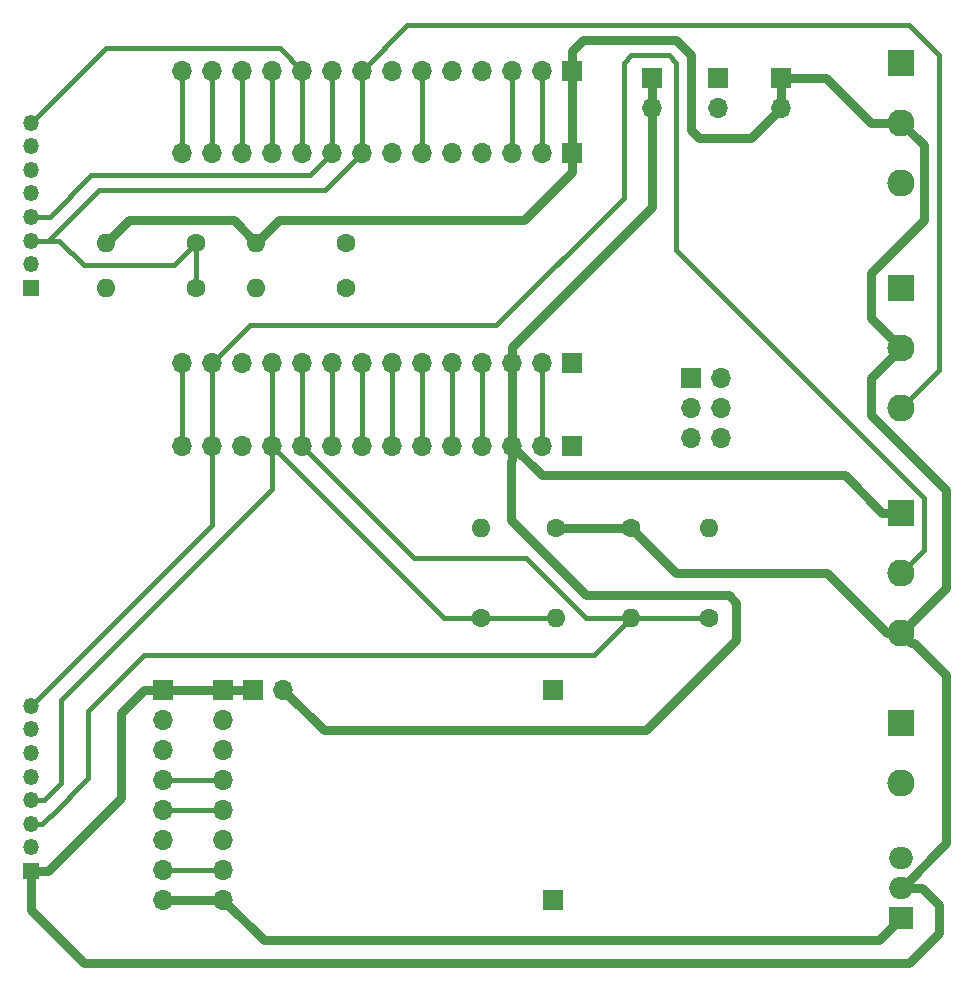
<source format=gbr>
G04 #@! TF.GenerationSoftware,KiCad,Pcbnew,(5.1.4)-1*
G04 #@! TF.CreationDate,2020-01-23T23:33:44-05:00*
G04 #@! TF.ProjectId,ECVTProtoBoard,45435654-5072-46f7-946f-426f6172642e,rev?*
G04 #@! TF.SameCoordinates,Original*
G04 #@! TF.FileFunction,Copper,L2,Bot*
G04 #@! TF.FilePolarity,Positive*
%FSLAX46Y46*%
G04 Gerber Fmt 4.6, Leading zero omitted, Abs format (unit mm)*
G04 Created by KiCad (PCBNEW (5.1.4)-1) date 2020-01-23 23:33:44*
%MOMM*%
%LPD*%
G04 APERTURE LIST*
%ADD10C,1.600000*%
%ADD11O,1.600000X1.600000*%
%ADD12O,1.700000X1.700000*%
%ADD13R,1.700000X1.700000*%
%ADD14O,2.000000X1.905000*%
%ADD15R,2.000000X1.905000*%
%ADD16R,1.350000X1.350000*%
%ADD17O,1.350000X1.350000*%
%ADD18R,2.300000X2.300000*%
%ADD19O,2.300000X2.300000*%
%ADD20C,0.762000*%
%ADD21C,0.381000*%
G04 APERTURE END LIST*
D10*
X116840000Y-90170000D03*
D11*
X109220000Y-90170000D03*
D12*
X106426000Y-141986000D03*
X106426000Y-139446000D03*
X106426000Y-136906000D03*
X106426000Y-134366000D03*
X106426000Y-131826000D03*
X106426000Y-129286000D03*
X106426000Y-126746000D03*
D13*
X106426000Y-124206000D03*
D12*
X102955999Y-103546001D03*
X105495999Y-103546001D03*
X108035999Y-103546001D03*
X110575999Y-103546001D03*
X113115999Y-103546001D03*
X115655999Y-103546001D03*
X118195999Y-103546001D03*
X120735999Y-103546001D03*
X123275999Y-103546001D03*
X125815999Y-103546001D03*
X128355999Y-103546001D03*
X130895999Y-103546001D03*
X133435999Y-103546001D03*
D13*
X135975999Y-103546001D03*
D11*
X134620000Y-118110000D03*
D10*
X134620000Y-110490000D03*
X128270000Y-118110000D03*
D11*
X128270000Y-110490000D03*
D10*
X140970000Y-110490000D03*
D11*
X140970000Y-118110000D03*
X147574000Y-110490000D03*
D10*
X147574000Y-118110000D03*
D13*
X134366000Y-124206000D03*
X134366000Y-141986000D03*
X101346000Y-124206000D03*
D12*
X101346000Y-126746000D03*
X101346000Y-129286000D03*
X101346000Y-131826000D03*
X101346000Y-134366000D03*
X101346000Y-136906000D03*
X101346000Y-139446000D03*
X101346000Y-141986000D03*
X111506000Y-124206000D03*
D13*
X108966000Y-124206000D03*
D14*
X163830000Y-138430000D03*
X163830000Y-140970000D03*
D15*
X163830000Y-143510000D03*
D13*
X135975999Y-71766001D03*
D12*
X133435999Y-71766001D03*
X130895999Y-71766001D03*
X128355999Y-71766001D03*
X125815999Y-71766001D03*
X123275999Y-71766001D03*
X120735999Y-71766001D03*
X118195999Y-71766001D03*
X115655999Y-71766001D03*
X113115999Y-71766001D03*
X110575999Y-71766001D03*
X108035999Y-71766001D03*
X105495999Y-71766001D03*
X102955999Y-71766001D03*
X102955999Y-78766001D03*
X105495999Y-78766001D03*
X108035999Y-78766001D03*
X110575999Y-78766001D03*
X113115999Y-78766001D03*
X115655999Y-78766001D03*
X118195999Y-78766001D03*
X120735999Y-78766001D03*
X123275999Y-78766001D03*
X125815999Y-78766001D03*
X128355999Y-78766001D03*
X130895999Y-78766001D03*
X133435999Y-78766001D03*
D13*
X135975999Y-78766001D03*
X135975999Y-96546001D03*
D12*
X133435999Y-96546001D03*
X130895999Y-96546001D03*
X128355999Y-96546001D03*
X125815999Y-96546001D03*
X123275999Y-96546001D03*
X120735999Y-96546001D03*
X118195999Y-96546001D03*
X115655999Y-96546001D03*
X113115999Y-96546001D03*
X110575999Y-96546001D03*
X108035999Y-96546001D03*
X105495999Y-96546001D03*
X102955999Y-96546001D03*
D16*
X90170000Y-139540000D03*
D17*
X90170000Y-137540000D03*
X90170000Y-135540000D03*
X90170000Y-133540000D03*
X90170000Y-131540000D03*
X90170000Y-129540000D03*
X90170000Y-127540000D03*
X90170000Y-125540000D03*
X90170000Y-76170000D03*
X90170000Y-78170000D03*
X90170000Y-80170000D03*
X90170000Y-82170000D03*
X90170000Y-84170000D03*
X90170000Y-86170000D03*
X90170000Y-88170000D03*
D16*
X90170000Y-90170000D03*
D12*
X148336000Y-74930000D03*
D13*
X148336000Y-72390000D03*
X142748000Y-72390000D03*
D12*
X142748000Y-74930000D03*
X153670000Y-74930000D03*
D13*
X153670000Y-72390000D03*
D11*
X109220000Y-86360000D03*
D10*
X116840000Y-86360000D03*
X104140000Y-90170000D03*
D11*
X96520000Y-90170000D03*
X96520000Y-86360000D03*
D10*
X104140000Y-86360000D03*
D13*
X146050000Y-97790000D03*
D12*
X148590000Y-97790000D03*
X146050000Y-100330000D03*
X148590000Y-100330000D03*
X146050000Y-102870000D03*
X148590000Y-102870000D03*
D18*
X163830000Y-109220000D03*
D19*
X163830000Y-114300000D03*
X163830000Y-119380000D03*
D18*
X163830000Y-71120000D03*
D19*
X163830000Y-76200000D03*
X163830000Y-81280000D03*
X163830000Y-100330000D03*
X163830000Y-95250000D03*
D18*
X163830000Y-90170000D03*
X163830000Y-127000000D03*
D19*
X163830000Y-132080000D03*
D20*
X135975999Y-71766001D02*
X135975999Y-78766001D01*
X153670000Y-72390000D02*
X153670000Y-74930000D01*
X163830000Y-76200000D02*
X161290000Y-76200000D01*
X157480000Y-72390000D02*
X153670000Y-72390000D01*
X161290000Y-76200000D02*
X157480000Y-72390000D01*
X135975999Y-70154001D02*
X135975999Y-71766001D01*
X153670000Y-74930000D02*
X151130000Y-77470000D01*
X151130000Y-77470000D02*
X146685000Y-77470000D01*
X136915000Y-69215000D02*
X135975999Y-70154001D01*
X143510000Y-69215000D02*
X136915000Y-69215000D01*
X161290000Y-92710000D02*
X163830000Y-95250000D01*
X161290000Y-88900000D02*
X161290000Y-92710000D01*
X165735000Y-84455000D02*
X161290000Y-88900000D01*
X163830000Y-76200000D02*
X165735000Y-78105000D01*
X165735000Y-78105000D02*
X165735000Y-84455000D01*
X163877500Y-140970000D02*
X163830000Y-140970000D01*
X167640000Y-137207500D02*
X163877500Y-140970000D01*
X167640000Y-122984998D02*
X167640000Y-137207500D01*
X164885001Y-120229999D02*
X167640000Y-122984998D01*
X164679999Y-120229999D02*
X164885001Y-120229999D01*
X163830000Y-119380000D02*
X164679999Y-120229999D01*
X165592000Y-140970000D02*
X167005000Y-142383000D01*
X163830000Y-140970000D02*
X165592000Y-140970000D01*
X167005000Y-142383000D02*
X167005000Y-144780000D01*
X167005000Y-144780000D02*
X164465000Y-147320000D01*
X164465000Y-147320000D02*
X94615000Y-147320000D01*
X90170000Y-142875000D02*
X90170000Y-139540000D01*
X94615000Y-147320000D02*
X90170000Y-142875000D01*
X91607000Y-139540000D02*
X97790000Y-133357000D01*
X90170000Y-139540000D02*
X91607000Y-139540000D01*
X99734000Y-124206000D02*
X101346000Y-124206000D01*
X97790000Y-126150000D02*
X99734000Y-124206000D01*
X97790000Y-133357000D02*
X97790000Y-126150000D01*
X101346000Y-124206000D02*
X108966000Y-124206000D01*
X107315000Y-84455000D02*
X109220000Y-86360000D01*
X98425000Y-84455000D02*
X107315000Y-84455000D01*
X96520000Y-86360000D02*
X98425000Y-84455000D01*
X135975999Y-80378001D02*
X135975999Y-78766001D01*
X131899000Y-84455000D02*
X135975999Y-80378001D01*
X111125000Y-84455000D02*
X131899000Y-84455000D01*
X109220000Y-86360000D02*
X111125000Y-84455000D01*
X162627919Y-119380000D02*
X157547919Y-114300000D01*
X163830000Y-119380000D02*
X162627919Y-119380000D01*
X144780000Y-114300000D02*
X140970000Y-110490000D01*
X157547919Y-114300000D02*
X144780000Y-114300000D01*
X140970000Y-110490000D02*
X134620000Y-110490000D01*
X167640000Y-115570000D02*
X163830000Y-119380000D01*
X167640000Y-107315000D02*
X167640000Y-115570000D01*
X161290000Y-100965000D02*
X167640000Y-107315000D01*
X161290000Y-97790000D02*
X161290000Y-100965000D01*
X163830000Y-95250000D02*
X161290000Y-97790000D01*
X143510000Y-69215000D02*
X144780000Y-69215000D01*
X146050000Y-76835000D02*
X146685000Y-77470000D01*
X146050000Y-70485000D02*
X146050000Y-76835000D01*
X144780000Y-69215000D02*
X146050000Y-70485000D01*
D21*
X101346000Y-131826000D02*
X106426000Y-131826000D01*
X101346000Y-134366000D02*
X106426000Y-134366000D01*
X133435999Y-72968082D02*
X133435999Y-78766001D01*
X133435999Y-71766001D02*
X133435999Y-72968082D01*
X130895999Y-72968082D02*
X130895999Y-78766001D01*
X130895999Y-71766001D02*
X130895999Y-72968082D01*
X123275999Y-72968082D02*
X123275999Y-78766001D01*
X123275999Y-71766001D02*
X123275999Y-72968082D01*
X110575999Y-72968082D02*
X110575999Y-78766001D01*
X110575999Y-71766001D02*
X110575999Y-72968082D01*
X108035999Y-72968082D02*
X108035999Y-78766001D01*
X108035999Y-71766001D02*
X108035999Y-72968082D01*
X105495999Y-72968082D02*
X105495999Y-78766001D01*
X105495999Y-71766001D02*
X105495999Y-72968082D01*
X102955999Y-72968082D02*
X102955999Y-78766001D01*
X102955999Y-71766001D02*
X102955999Y-72968082D01*
X125815999Y-97748082D02*
X125815999Y-103546001D01*
X125815999Y-96546001D02*
X125815999Y-97748082D01*
X128355999Y-97748082D02*
X128355999Y-103546001D01*
X128355999Y-96546001D02*
X128355999Y-97748082D01*
X133435999Y-97748082D02*
X133435999Y-103546001D01*
X133435999Y-96546001D02*
X133435999Y-97748082D01*
X108697000Y-93345000D02*
X105495999Y-96546001D01*
X140335000Y-82550000D02*
X129540000Y-93345000D01*
X140335000Y-71120000D02*
X140335000Y-82550000D01*
X140970000Y-70485000D02*
X140335000Y-71120000D01*
X165735000Y-112395000D02*
X165735000Y-107950000D01*
X163830000Y-114300000D02*
X165735000Y-112395000D01*
X129540000Y-93345000D02*
X108697000Y-93345000D01*
X165735000Y-107950000D02*
X144780000Y-86995000D01*
X144780000Y-86995000D02*
X144780000Y-71120000D01*
X144780000Y-71120000D02*
X144145000Y-70485000D01*
X144145000Y-70485000D02*
X140970000Y-70485000D01*
X105495999Y-97748082D02*
X105495999Y-103546001D01*
X105495999Y-96546001D02*
X105495999Y-97748082D01*
X105495999Y-110214001D02*
X90170000Y-125540000D01*
X105495999Y-103546001D02*
X105495999Y-110214001D01*
X101346000Y-139446000D02*
X106426000Y-139446000D01*
D20*
X101346000Y-141986000D02*
X106426000Y-141986000D01*
X106426000Y-141986000D02*
X109855000Y-145415000D01*
X109855000Y-145415000D02*
X161925000Y-145415000D01*
X161925000Y-145415000D02*
X163830000Y-143510000D01*
D21*
X123275999Y-97748082D02*
X123275999Y-103546001D01*
X123275999Y-96546001D02*
X123275999Y-97748082D01*
X115655999Y-97748082D02*
X115655999Y-103546001D01*
X115655999Y-96546001D02*
X115655999Y-97748082D01*
X147574000Y-118110000D02*
X140970000Y-118110000D01*
X140970000Y-118110000D02*
X137160000Y-118110000D01*
X137160000Y-118110000D02*
X132080000Y-113030000D01*
X122599998Y-113030000D02*
X113115999Y-103546001D01*
X132080000Y-113030000D02*
X122599998Y-113030000D01*
X113115999Y-97748082D02*
X113115999Y-103546001D01*
X113115999Y-96546001D02*
X113115999Y-97748082D01*
X90170000Y-135540000D02*
X90520000Y-135540000D01*
X91124594Y-135540000D02*
X91790594Y-134874000D01*
X90170000Y-135540000D02*
X91124594Y-135540000D01*
X91790594Y-134874000D02*
X91821000Y-134874000D01*
X91821000Y-134874000D02*
X94996000Y-131699000D01*
X94996000Y-131699000D02*
X94996000Y-125984000D01*
X94996000Y-125984000D02*
X99695000Y-121285000D01*
X137795000Y-121285000D02*
X140970000Y-118110000D01*
X99695000Y-121285000D02*
X137795000Y-121285000D01*
X102955999Y-97748082D02*
X102955999Y-103546001D01*
X102955999Y-96546001D02*
X102955999Y-97748082D01*
X90170000Y-84170000D02*
X91725000Y-84170000D01*
X91725000Y-84170000D02*
X95250000Y-80645000D01*
X113777000Y-80645000D02*
X115655999Y-78766001D01*
X95250000Y-80645000D02*
X113777000Y-80645000D01*
X115655999Y-72968082D02*
X115655999Y-78766001D01*
X115655999Y-71766001D02*
X115655999Y-72968082D01*
X90844999Y-75495001D02*
X90874999Y-75495001D01*
X90170000Y-76170000D02*
X90844999Y-75495001D01*
X90874999Y-75495001D02*
X96520000Y-69850000D01*
X111199998Y-69850000D02*
X113115999Y-71766001D01*
X96520000Y-69850000D02*
X111199998Y-69850000D01*
X113115999Y-72968082D02*
X113115999Y-78766001D01*
X113115999Y-71766001D02*
X113115999Y-72968082D01*
D20*
X130895999Y-96546001D02*
X130895999Y-103546001D01*
X142748000Y-72390000D02*
X142748000Y-74930000D01*
X130895999Y-96546001D02*
X130895999Y-95164001D01*
X142748000Y-83312000D02*
X142748000Y-82677000D01*
X130895999Y-95164001D02*
X142748000Y-83312000D01*
X142748000Y-82677000D02*
X142748000Y-74930000D01*
X130895999Y-103546001D02*
X133394998Y-106045000D01*
X162218000Y-109220000D02*
X163830000Y-109220000D01*
X159043000Y-106045000D02*
X162218000Y-109220000D01*
X133394998Y-106045000D02*
X159043000Y-106045000D01*
X130895999Y-104748082D02*
X130895999Y-103546001D01*
X130810000Y-104834081D02*
X130895999Y-104748082D01*
X130810000Y-109855000D02*
X130810000Y-104834081D01*
X137160000Y-116205000D02*
X130810000Y-109855000D01*
X111506000Y-124206000D02*
X114935000Y-127635000D01*
X114935000Y-127635000D02*
X142240000Y-127635000D01*
X142240000Y-127635000D02*
X149860000Y-120015000D01*
X149860000Y-120015000D02*
X149860000Y-116840000D01*
X149860000Y-116840000D02*
X149225000Y-116205000D01*
X149225000Y-116205000D02*
X137160000Y-116205000D01*
D21*
X120735999Y-97748082D02*
X120735999Y-103546001D01*
X120735999Y-96546001D02*
X120735999Y-97748082D01*
X118195999Y-97748082D02*
X118195999Y-103546001D01*
X118195999Y-96546001D02*
X118195999Y-97748082D01*
X134620000Y-118110000D02*
X128270000Y-118110000D01*
X125139998Y-118110000D02*
X110575999Y-103546001D01*
X128270000Y-118110000D02*
X125139998Y-118110000D01*
X110575999Y-97748082D02*
X110575999Y-103546001D01*
X110575999Y-96546001D02*
X110575999Y-97748082D01*
X90170000Y-133540000D02*
X91250000Y-133540000D01*
X91250000Y-133540000D02*
X92710000Y-132080000D01*
X92710000Y-132080000D02*
X92710000Y-125095000D01*
X110575999Y-107229001D02*
X110575999Y-103546001D01*
X92710000Y-125095000D02*
X110575999Y-107229001D01*
X104140000Y-86360000D02*
X104140000Y-90170000D01*
X90170000Y-86170000D02*
X91630000Y-86170000D01*
X91630000Y-86170000D02*
X95885000Y-81915000D01*
X115047000Y-81915000D02*
X118195999Y-78766001D01*
X95885000Y-81915000D02*
X115047000Y-81915000D01*
X90170000Y-86170000D02*
X92520000Y-86170000D01*
X92520000Y-86170000D02*
X94615000Y-88265000D01*
X102235000Y-88265000D02*
X104140000Y-86360000D01*
X94615000Y-88265000D02*
X102235000Y-88265000D01*
X118195999Y-78766001D02*
X118195999Y-71766001D01*
X167005000Y-97155000D02*
X163830000Y-100330000D01*
X118195999Y-71766001D02*
X122017000Y-67945000D01*
X122017000Y-67945000D02*
X164465000Y-67945000D01*
X167005000Y-70485000D02*
X167005000Y-71755000D01*
X164465000Y-67945000D02*
X167005000Y-70485000D01*
X167005000Y-71120000D02*
X167005000Y-71755000D01*
X167005000Y-71755000D02*
X167005000Y-97155000D01*
M02*

</source>
